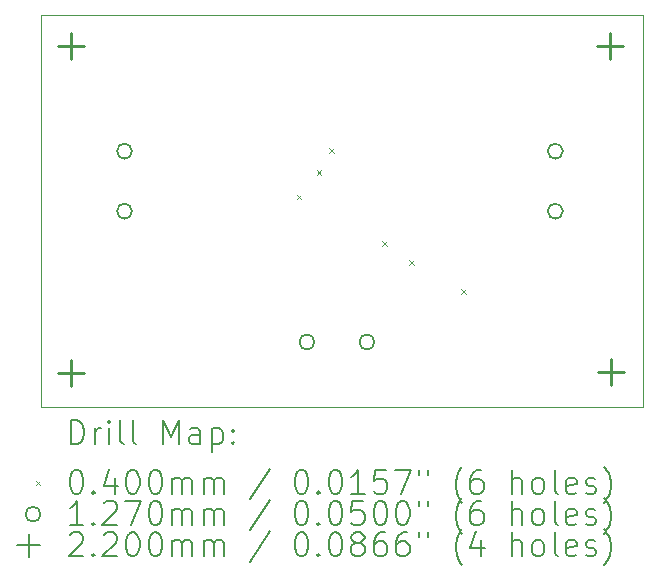
<source format=gbr>
%TF.GenerationSoftware,KiCad,Pcbnew,(6.0.10)*%
%TF.CreationDate,2023-02-03T17:52:03+05:30*%
%TF.ProjectId,protectionCkt,70726f74-6563-4746-996f-6e436b742e6b,rev?*%
%TF.SameCoordinates,Original*%
%TF.FileFunction,Drillmap*%
%TF.FilePolarity,Positive*%
%FSLAX45Y45*%
G04 Gerber Fmt 4.5, Leading zero omitted, Abs format (unit mm)*
G04 Created by KiCad (PCBNEW (6.0.10)) date 2023-02-03 17:52:03*
%MOMM*%
%LPD*%
G01*
G04 APERTURE LIST*
%ADD10C,0.100000*%
%ADD11C,0.200000*%
%ADD12C,0.040000*%
%ADD13C,0.127000*%
%ADD14C,0.220000*%
G04 APERTURE END LIST*
D10*
X11173460Y-7350760D02*
X16266160Y-7350760D01*
X16266160Y-7350760D02*
X16266160Y-10670540D01*
X16266160Y-10670540D02*
X11173460Y-10670540D01*
X11173460Y-10670540D02*
X11173460Y-7350760D01*
D11*
D12*
X13337860Y-8875080D02*
X13377860Y-8915080D01*
X13377860Y-8875080D02*
X13337860Y-8915080D01*
X13505500Y-8669340D02*
X13545500Y-8709340D01*
X13545500Y-8669340D02*
X13505500Y-8709340D01*
X13609640Y-8478840D02*
X13649640Y-8518840D01*
X13649640Y-8478840D02*
X13609640Y-8518840D01*
X14061760Y-9266240D02*
X14101760Y-9306240D01*
X14101760Y-9266240D02*
X14061760Y-9306240D01*
X14287820Y-9428800D02*
X14327820Y-9468800D01*
X14327820Y-9428800D02*
X14287820Y-9468800D01*
X14729780Y-9675180D02*
X14769780Y-9715180D01*
X14769780Y-9675180D02*
X14729780Y-9715180D01*
D13*
X11943080Y-8506460D02*
G75*
G03*
X11943080Y-8506460I-63500J0D01*
G01*
X11943080Y-9014460D02*
G75*
G03*
X11943080Y-9014460I-63500J0D01*
G01*
X13487400Y-10121900D02*
G75*
G03*
X13487400Y-10121900I-63500J0D01*
G01*
X13995400Y-10121900D02*
G75*
G03*
X13995400Y-10121900I-63500J0D01*
G01*
X15590520Y-8506460D02*
G75*
G03*
X15590520Y-8506460I-63500J0D01*
G01*
X15590520Y-9014460D02*
G75*
G03*
X15590520Y-9014460I-63500J0D01*
G01*
D14*
X11430000Y-7510000D02*
X11430000Y-7730000D01*
X11320000Y-7620000D02*
X11540000Y-7620000D01*
X11430000Y-10273520D02*
X11430000Y-10493520D01*
X11320000Y-10383520D02*
X11540000Y-10383520D01*
X15989300Y-7510000D02*
X15989300Y-7730000D01*
X15879300Y-7620000D02*
X16099300Y-7620000D01*
X15996920Y-10268440D02*
X15996920Y-10488440D01*
X15886920Y-10378440D02*
X16106920Y-10378440D01*
D11*
X11426079Y-10986016D02*
X11426079Y-10786016D01*
X11473698Y-10786016D01*
X11502269Y-10795540D01*
X11521317Y-10814588D01*
X11530841Y-10833635D01*
X11540365Y-10871730D01*
X11540365Y-10900302D01*
X11530841Y-10938397D01*
X11521317Y-10957445D01*
X11502269Y-10976492D01*
X11473698Y-10986016D01*
X11426079Y-10986016D01*
X11626079Y-10986016D02*
X11626079Y-10852683D01*
X11626079Y-10890778D02*
X11635603Y-10871730D01*
X11645127Y-10862207D01*
X11664174Y-10852683D01*
X11683222Y-10852683D01*
X11749888Y-10986016D02*
X11749888Y-10852683D01*
X11749888Y-10786016D02*
X11740365Y-10795540D01*
X11749888Y-10805064D01*
X11759412Y-10795540D01*
X11749888Y-10786016D01*
X11749888Y-10805064D01*
X11873698Y-10986016D02*
X11854650Y-10976492D01*
X11845127Y-10957445D01*
X11845127Y-10786016D01*
X11978460Y-10986016D02*
X11959412Y-10976492D01*
X11949888Y-10957445D01*
X11949888Y-10786016D01*
X12207031Y-10986016D02*
X12207031Y-10786016D01*
X12273698Y-10928873D01*
X12340365Y-10786016D01*
X12340365Y-10986016D01*
X12521317Y-10986016D02*
X12521317Y-10881254D01*
X12511793Y-10862207D01*
X12492746Y-10852683D01*
X12454650Y-10852683D01*
X12435603Y-10862207D01*
X12521317Y-10976492D02*
X12502269Y-10986016D01*
X12454650Y-10986016D01*
X12435603Y-10976492D01*
X12426079Y-10957445D01*
X12426079Y-10938397D01*
X12435603Y-10919350D01*
X12454650Y-10909826D01*
X12502269Y-10909826D01*
X12521317Y-10900302D01*
X12616555Y-10852683D02*
X12616555Y-11052683D01*
X12616555Y-10862207D02*
X12635603Y-10852683D01*
X12673698Y-10852683D01*
X12692746Y-10862207D01*
X12702269Y-10871730D01*
X12711793Y-10890778D01*
X12711793Y-10947921D01*
X12702269Y-10966969D01*
X12692746Y-10976492D01*
X12673698Y-10986016D01*
X12635603Y-10986016D01*
X12616555Y-10976492D01*
X12797508Y-10966969D02*
X12807031Y-10976492D01*
X12797508Y-10986016D01*
X12787984Y-10976492D01*
X12797508Y-10966969D01*
X12797508Y-10986016D01*
X12797508Y-10862207D02*
X12807031Y-10871730D01*
X12797508Y-10881254D01*
X12787984Y-10871730D01*
X12797508Y-10862207D01*
X12797508Y-10881254D01*
D12*
X11128460Y-11295540D02*
X11168460Y-11335540D01*
X11168460Y-11295540D02*
X11128460Y-11335540D01*
D11*
X11464174Y-11206016D02*
X11483222Y-11206016D01*
X11502269Y-11215540D01*
X11511793Y-11225064D01*
X11521317Y-11244111D01*
X11530841Y-11282207D01*
X11530841Y-11329826D01*
X11521317Y-11367921D01*
X11511793Y-11386968D01*
X11502269Y-11396492D01*
X11483222Y-11406016D01*
X11464174Y-11406016D01*
X11445127Y-11396492D01*
X11435603Y-11386968D01*
X11426079Y-11367921D01*
X11416555Y-11329826D01*
X11416555Y-11282207D01*
X11426079Y-11244111D01*
X11435603Y-11225064D01*
X11445127Y-11215540D01*
X11464174Y-11206016D01*
X11616555Y-11386968D02*
X11626079Y-11396492D01*
X11616555Y-11406016D01*
X11607031Y-11396492D01*
X11616555Y-11386968D01*
X11616555Y-11406016D01*
X11797508Y-11272683D02*
X11797508Y-11406016D01*
X11749888Y-11196492D02*
X11702269Y-11339349D01*
X11826079Y-11339349D01*
X11940365Y-11206016D02*
X11959412Y-11206016D01*
X11978460Y-11215540D01*
X11987984Y-11225064D01*
X11997508Y-11244111D01*
X12007031Y-11282207D01*
X12007031Y-11329826D01*
X11997508Y-11367921D01*
X11987984Y-11386968D01*
X11978460Y-11396492D01*
X11959412Y-11406016D01*
X11940365Y-11406016D01*
X11921317Y-11396492D01*
X11911793Y-11386968D01*
X11902269Y-11367921D01*
X11892746Y-11329826D01*
X11892746Y-11282207D01*
X11902269Y-11244111D01*
X11911793Y-11225064D01*
X11921317Y-11215540D01*
X11940365Y-11206016D01*
X12130841Y-11206016D02*
X12149888Y-11206016D01*
X12168936Y-11215540D01*
X12178460Y-11225064D01*
X12187984Y-11244111D01*
X12197508Y-11282207D01*
X12197508Y-11329826D01*
X12187984Y-11367921D01*
X12178460Y-11386968D01*
X12168936Y-11396492D01*
X12149888Y-11406016D01*
X12130841Y-11406016D01*
X12111793Y-11396492D01*
X12102269Y-11386968D01*
X12092746Y-11367921D01*
X12083222Y-11329826D01*
X12083222Y-11282207D01*
X12092746Y-11244111D01*
X12102269Y-11225064D01*
X12111793Y-11215540D01*
X12130841Y-11206016D01*
X12283222Y-11406016D02*
X12283222Y-11272683D01*
X12283222Y-11291730D02*
X12292746Y-11282207D01*
X12311793Y-11272683D01*
X12340365Y-11272683D01*
X12359412Y-11282207D01*
X12368936Y-11301254D01*
X12368936Y-11406016D01*
X12368936Y-11301254D02*
X12378460Y-11282207D01*
X12397508Y-11272683D01*
X12426079Y-11272683D01*
X12445127Y-11282207D01*
X12454650Y-11301254D01*
X12454650Y-11406016D01*
X12549888Y-11406016D02*
X12549888Y-11272683D01*
X12549888Y-11291730D02*
X12559412Y-11282207D01*
X12578460Y-11272683D01*
X12607031Y-11272683D01*
X12626079Y-11282207D01*
X12635603Y-11301254D01*
X12635603Y-11406016D01*
X12635603Y-11301254D02*
X12645127Y-11282207D01*
X12664174Y-11272683D01*
X12692746Y-11272683D01*
X12711793Y-11282207D01*
X12721317Y-11301254D01*
X12721317Y-11406016D01*
X13111793Y-11196492D02*
X12940365Y-11453635D01*
X13368936Y-11206016D02*
X13387984Y-11206016D01*
X13407031Y-11215540D01*
X13416555Y-11225064D01*
X13426079Y-11244111D01*
X13435603Y-11282207D01*
X13435603Y-11329826D01*
X13426079Y-11367921D01*
X13416555Y-11386968D01*
X13407031Y-11396492D01*
X13387984Y-11406016D01*
X13368936Y-11406016D01*
X13349888Y-11396492D01*
X13340365Y-11386968D01*
X13330841Y-11367921D01*
X13321317Y-11329826D01*
X13321317Y-11282207D01*
X13330841Y-11244111D01*
X13340365Y-11225064D01*
X13349888Y-11215540D01*
X13368936Y-11206016D01*
X13521317Y-11386968D02*
X13530841Y-11396492D01*
X13521317Y-11406016D01*
X13511793Y-11396492D01*
X13521317Y-11386968D01*
X13521317Y-11406016D01*
X13654650Y-11206016D02*
X13673698Y-11206016D01*
X13692746Y-11215540D01*
X13702269Y-11225064D01*
X13711793Y-11244111D01*
X13721317Y-11282207D01*
X13721317Y-11329826D01*
X13711793Y-11367921D01*
X13702269Y-11386968D01*
X13692746Y-11396492D01*
X13673698Y-11406016D01*
X13654650Y-11406016D01*
X13635603Y-11396492D01*
X13626079Y-11386968D01*
X13616555Y-11367921D01*
X13607031Y-11329826D01*
X13607031Y-11282207D01*
X13616555Y-11244111D01*
X13626079Y-11225064D01*
X13635603Y-11215540D01*
X13654650Y-11206016D01*
X13911793Y-11406016D02*
X13797508Y-11406016D01*
X13854650Y-11406016D02*
X13854650Y-11206016D01*
X13835603Y-11234588D01*
X13816555Y-11253635D01*
X13797508Y-11263159D01*
X14092746Y-11206016D02*
X13997508Y-11206016D01*
X13987984Y-11301254D01*
X13997508Y-11291730D01*
X14016555Y-11282207D01*
X14064174Y-11282207D01*
X14083222Y-11291730D01*
X14092746Y-11301254D01*
X14102269Y-11320302D01*
X14102269Y-11367921D01*
X14092746Y-11386968D01*
X14083222Y-11396492D01*
X14064174Y-11406016D01*
X14016555Y-11406016D01*
X13997508Y-11396492D01*
X13987984Y-11386968D01*
X14168936Y-11206016D02*
X14302269Y-11206016D01*
X14216555Y-11406016D01*
X14368936Y-11206016D02*
X14368936Y-11244111D01*
X14445127Y-11206016D02*
X14445127Y-11244111D01*
X14740365Y-11482207D02*
X14730841Y-11472683D01*
X14711793Y-11444111D01*
X14702269Y-11425064D01*
X14692746Y-11396492D01*
X14683222Y-11348873D01*
X14683222Y-11310778D01*
X14692746Y-11263159D01*
X14702269Y-11234588D01*
X14711793Y-11215540D01*
X14730841Y-11186968D01*
X14740365Y-11177445D01*
X14902269Y-11206016D02*
X14864174Y-11206016D01*
X14845127Y-11215540D01*
X14835603Y-11225064D01*
X14816555Y-11253635D01*
X14807031Y-11291730D01*
X14807031Y-11367921D01*
X14816555Y-11386968D01*
X14826079Y-11396492D01*
X14845127Y-11406016D01*
X14883222Y-11406016D01*
X14902269Y-11396492D01*
X14911793Y-11386968D01*
X14921317Y-11367921D01*
X14921317Y-11320302D01*
X14911793Y-11301254D01*
X14902269Y-11291730D01*
X14883222Y-11282207D01*
X14845127Y-11282207D01*
X14826079Y-11291730D01*
X14816555Y-11301254D01*
X14807031Y-11320302D01*
X15159412Y-11406016D02*
X15159412Y-11206016D01*
X15245127Y-11406016D02*
X15245127Y-11301254D01*
X15235603Y-11282207D01*
X15216555Y-11272683D01*
X15187984Y-11272683D01*
X15168936Y-11282207D01*
X15159412Y-11291730D01*
X15368936Y-11406016D02*
X15349888Y-11396492D01*
X15340365Y-11386968D01*
X15330841Y-11367921D01*
X15330841Y-11310778D01*
X15340365Y-11291730D01*
X15349888Y-11282207D01*
X15368936Y-11272683D01*
X15397508Y-11272683D01*
X15416555Y-11282207D01*
X15426079Y-11291730D01*
X15435603Y-11310778D01*
X15435603Y-11367921D01*
X15426079Y-11386968D01*
X15416555Y-11396492D01*
X15397508Y-11406016D01*
X15368936Y-11406016D01*
X15549888Y-11406016D02*
X15530841Y-11396492D01*
X15521317Y-11377445D01*
X15521317Y-11206016D01*
X15702269Y-11396492D02*
X15683222Y-11406016D01*
X15645127Y-11406016D01*
X15626079Y-11396492D01*
X15616555Y-11377445D01*
X15616555Y-11301254D01*
X15626079Y-11282207D01*
X15645127Y-11272683D01*
X15683222Y-11272683D01*
X15702269Y-11282207D01*
X15711793Y-11301254D01*
X15711793Y-11320302D01*
X15616555Y-11339349D01*
X15787984Y-11396492D02*
X15807031Y-11406016D01*
X15845127Y-11406016D01*
X15864174Y-11396492D01*
X15873698Y-11377445D01*
X15873698Y-11367921D01*
X15864174Y-11348873D01*
X15845127Y-11339349D01*
X15816555Y-11339349D01*
X15797508Y-11329826D01*
X15787984Y-11310778D01*
X15787984Y-11301254D01*
X15797508Y-11282207D01*
X15816555Y-11272683D01*
X15845127Y-11272683D01*
X15864174Y-11282207D01*
X15940365Y-11482207D02*
X15949888Y-11472683D01*
X15968936Y-11444111D01*
X15978460Y-11425064D01*
X15987984Y-11396492D01*
X15997508Y-11348873D01*
X15997508Y-11310778D01*
X15987984Y-11263159D01*
X15978460Y-11234588D01*
X15968936Y-11215540D01*
X15949888Y-11186968D01*
X15940365Y-11177445D01*
D13*
X11168460Y-11579540D02*
G75*
G03*
X11168460Y-11579540I-63500J0D01*
G01*
D11*
X11530841Y-11670016D02*
X11416555Y-11670016D01*
X11473698Y-11670016D02*
X11473698Y-11470016D01*
X11454650Y-11498588D01*
X11435603Y-11517635D01*
X11416555Y-11527159D01*
X11616555Y-11650968D02*
X11626079Y-11660492D01*
X11616555Y-11670016D01*
X11607031Y-11660492D01*
X11616555Y-11650968D01*
X11616555Y-11670016D01*
X11702269Y-11489064D02*
X11711793Y-11479540D01*
X11730841Y-11470016D01*
X11778460Y-11470016D01*
X11797508Y-11479540D01*
X11807031Y-11489064D01*
X11816555Y-11508111D01*
X11816555Y-11527159D01*
X11807031Y-11555730D01*
X11692746Y-11670016D01*
X11816555Y-11670016D01*
X11883222Y-11470016D02*
X12016555Y-11470016D01*
X11930841Y-11670016D01*
X12130841Y-11470016D02*
X12149888Y-11470016D01*
X12168936Y-11479540D01*
X12178460Y-11489064D01*
X12187984Y-11508111D01*
X12197508Y-11546207D01*
X12197508Y-11593826D01*
X12187984Y-11631921D01*
X12178460Y-11650968D01*
X12168936Y-11660492D01*
X12149888Y-11670016D01*
X12130841Y-11670016D01*
X12111793Y-11660492D01*
X12102269Y-11650968D01*
X12092746Y-11631921D01*
X12083222Y-11593826D01*
X12083222Y-11546207D01*
X12092746Y-11508111D01*
X12102269Y-11489064D01*
X12111793Y-11479540D01*
X12130841Y-11470016D01*
X12283222Y-11670016D02*
X12283222Y-11536683D01*
X12283222Y-11555730D02*
X12292746Y-11546207D01*
X12311793Y-11536683D01*
X12340365Y-11536683D01*
X12359412Y-11546207D01*
X12368936Y-11565254D01*
X12368936Y-11670016D01*
X12368936Y-11565254D02*
X12378460Y-11546207D01*
X12397508Y-11536683D01*
X12426079Y-11536683D01*
X12445127Y-11546207D01*
X12454650Y-11565254D01*
X12454650Y-11670016D01*
X12549888Y-11670016D02*
X12549888Y-11536683D01*
X12549888Y-11555730D02*
X12559412Y-11546207D01*
X12578460Y-11536683D01*
X12607031Y-11536683D01*
X12626079Y-11546207D01*
X12635603Y-11565254D01*
X12635603Y-11670016D01*
X12635603Y-11565254D02*
X12645127Y-11546207D01*
X12664174Y-11536683D01*
X12692746Y-11536683D01*
X12711793Y-11546207D01*
X12721317Y-11565254D01*
X12721317Y-11670016D01*
X13111793Y-11460492D02*
X12940365Y-11717635D01*
X13368936Y-11470016D02*
X13387984Y-11470016D01*
X13407031Y-11479540D01*
X13416555Y-11489064D01*
X13426079Y-11508111D01*
X13435603Y-11546207D01*
X13435603Y-11593826D01*
X13426079Y-11631921D01*
X13416555Y-11650968D01*
X13407031Y-11660492D01*
X13387984Y-11670016D01*
X13368936Y-11670016D01*
X13349888Y-11660492D01*
X13340365Y-11650968D01*
X13330841Y-11631921D01*
X13321317Y-11593826D01*
X13321317Y-11546207D01*
X13330841Y-11508111D01*
X13340365Y-11489064D01*
X13349888Y-11479540D01*
X13368936Y-11470016D01*
X13521317Y-11650968D02*
X13530841Y-11660492D01*
X13521317Y-11670016D01*
X13511793Y-11660492D01*
X13521317Y-11650968D01*
X13521317Y-11670016D01*
X13654650Y-11470016D02*
X13673698Y-11470016D01*
X13692746Y-11479540D01*
X13702269Y-11489064D01*
X13711793Y-11508111D01*
X13721317Y-11546207D01*
X13721317Y-11593826D01*
X13711793Y-11631921D01*
X13702269Y-11650968D01*
X13692746Y-11660492D01*
X13673698Y-11670016D01*
X13654650Y-11670016D01*
X13635603Y-11660492D01*
X13626079Y-11650968D01*
X13616555Y-11631921D01*
X13607031Y-11593826D01*
X13607031Y-11546207D01*
X13616555Y-11508111D01*
X13626079Y-11489064D01*
X13635603Y-11479540D01*
X13654650Y-11470016D01*
X13902269Y-11470016D02*
X13807031Y-11470016D01*
X13797508Y-11565254D01*
X13807031Y-11555730D01*
X13826079Y-11546207D01*
X13873698Y-11546207D01*
X13892746Y-11555730D01*
X13902269Y-11565254D01*
X13911793Y-11584302D01*
X13911793Y-11631921D01*
X13902269Y-11650968D01*
X13892746Y-11660492D01*
X13873698Y-11670016D01*
X13826079Y-11670016D01*
X13807031Y-11660492D01*
X13797508Y-11650968D01*
X14035603Y-11470016D02*
X14054650Y-11470016D01*
X14073698Y-11479540D01*
X14083222Y-11489064D01*
X14092746Y-11508111D01*
X14102269Y-11546207D01*
X14102269Y-11593826D01*
X14092746Y-11631921D01*
X14083222Y-11650968D01*
X14073698Y-11660492D01*
X14054650Y-11670016D01*
X14035603Y-11670016D01*
X14016555Y-11660492D01*
X14007031Y-11650968D01*
X13997508Y-11631921D01*
X13987984Y-11593826D01*
X13987984Y-11546207D01*
X13997508Y-11508111D01*
X14007031Y-11489064D01*
X14016555Y-11479540D01*
X14035603Y-11470016D01*
X14226079Y-11470016D02*
X14245127Y-11470016D01*
X14264174Y-11479540D01*
X14273698Y-11489064D01*
X14283222Y-11508111D01*
X14292746Y-11546207D01*
X14292746Y-11593826D01*
X14283222Y-11631921D01*
X14273698Y-11650968D01*
X14264174Y-11660492D01*
X14245127Y-11670016D01*
X14226079Y-11670016D01*
X14207031Y-11660492D01*
X14197508Y-11650968D01*
X14187984Y-11631921D01*
X14178460Y-11593826D01*
X14178460Y-11546207D01*
X14187984Y-11508111D01*
X14197508Y-11489064D01*
X14207031Y-11479540D01*
X14226079Y-11470016D01*
X14368936Y-11470016D02*
X14368936Y-11508111D01*
X14445127Y-11470016D02*
X14445127Y-11508111D01*
X14740365Y-11746207D02*
X14730841Y-11736683D01*
X14711793Y-11708111D01*
X14702269Y-11689064D01*
X14692746Y-11660492D01*
X14683222Y-11612873D01*
X14683222Y-11574778D01*
X14692746Y-11527159D01*
X14702269Y-11498588D01*
X14711793Y-11479540D01*
X14730841Y-11450968D01*
X14740365Y-11441445D01*
X14902269Y-11470016D02*
X14864174Y-11470016D01*
X14845127Y-11479540D01*
X14835603Y-11489064D01*
X14816555Y-11517635D01*
X14807031Y-11555730D01*
X14807031Y-11631921D01*
X14816555Y-11650968D01*
X14826079Y-11660492D01*
X14845127Y-11670016D01*
X14883222Y-11670016D01*
X14902269Y-11660492D01*
X14911793Y-11650968D01*
X14921317Y-11631921D01*
X14921317Y-11584302D01*
X14911793Y-11565254D01*
X14902269Y-11555730D01*
X14883222Y-11546207D01*
X14845127Y-11546207D01*
X14826079Y-11555730D01*
X14816555Y-11565254D01*
X14807031Y-11584302D01*
X15159412Y-11670016D02*
X15159412Y-11470016D01*
X15245127Y-11670016D02*
X15245127Y-11565254D01*
X15235603Y-11546207D01*
X15216555Y-11536683D01*
X15187984Y-11536683D01*
X15168936Y-11546207D01*
X15159412Y-11555730D01*
X15368936Y-11670016D02*
X15349888Y-11660492D01*
X15340365Y-11650968D01*
X15330841Y-11631921D01*
X15330841Y-11574778D01*
X15340365Y-11555730D01*
X15349888Y-11546207D01*
X15368936Y-11536683D01*
X15397508Y-11536683D01*
X15416555Y-11546207D01*
X15426079Y-11555730D01*
X15435603Y-11574778D01*
X15435603Y-11631921D01*
X15426079Y-11650968D01*
X15416555Y-11660492D01*
X15397508Y-11670016D01*
X15368936Y-11670016D01*
X15549888Y-11670016D02*
X15530841Y-11660492D01*
X15521317Y-11641445D01*
X15521317Y-11470016D01*
X15702269Y-11660492D02*
X15683222Y-11670016D01*
X15645127Y-11670016D01*
X15626079Y-11660492D01*
X15616555Y-11641445D01*
X15616555Y-11565254D01*
X15626079Y-11546207D01*
X15645127Y-11536683D01*
X15683222Y-11536683D01*
X15702269Y-11546207D01*
X15711793Y-11565254D01*
X15711793Y-11584302D01*
X15616555Y-11603349D01*
X15787984Y-11660492D02*
X15807031Y-11670016D01*
X15845127Y-11670016D01*
X15864174Y-11660492D01*
X15873698Y-11641445D01*
X15873698Y-11631921D01*
X15864174Y-11612873D01*
X15845127Y-11603349D01*
X15816555Y-11603349D01*
X15797508Y-11593826D01*
X15787984Y-11574778D01*
X15787984Y-11565254D01*
X15797508Y-11546207D01*
X15816555Y-11536683D01*
X15845127Y-11536683D01*
X15864174Y-11546207D01*
X15940365Y-11746207D02*
X15949888Y-11736683D01*
X15968936Y-11708111D01*
X15978460Y-11689064D01*
X15987984Y-11660492D01*
X15997508Y-11612873D01*
X15997508Y-11574778D01*
X15987984Y-11527159D01*
X15978460Y-11498588D01*
X15968936Y-11479540D01*
X15949888Y-11450968D01*
X15940365Y-11441445D01*
X11068460Y-11743540D02*
X11068460Y-11943540D01*
X10968460Y-11843540D02*
X11168460Y-11843540D01*
X11416555Y-11753064D02*
X11426079Y-11743540D01*
X11445127Y-11734016D01*
X11492746Y-11734016D01*
X11511793Y-11743540D01*
X11521317Y-11753064D01*
X11530841Y-11772111D01*
X11530841Y-11791159D01*
X11521317Y-11819730D01*
X11407031Y-11934016D01*
X11530841Y-11934016D01*
X11616555Y-11914968D02*
X11626079Y-11924492D01*
X11616555Y-11934016D01*
X11607031Y-11924492D01*
X11616555Y-11914968D01*
X11616555Y-11934016D01*
X11702269Y-11753064D02*
X11711793Y-11743540D01*
X11730841Y-11734016D01*
X11778460Y-11734016D01*
X11797508Y-11743540D01*
X11807031Y-11753064D01*
X11816555Y-11772111D01*
X11816555Y-11791159D01*
X11807031Y-11819730D01*
X11692746Y-11934016D01*
X11816555Y-11934016D01*
X11940365Y-11734016D02*
X11959412Y-11734016D01*
X11978460Y-11743540D01*
X11987984Y-11753064D01*
X11997508Y-11772111D01*
X12007031Y-11810207D01*
X12007031Y-11857826D01*
X11997508Y-11895921D01*
X11987984Y-11914968D01*
X11978460Y-11924492D01*
X11959412Y-11934016D01*
X11940365Y-11934016D01*
X11921317Y-11924492D01*
X11911793Y-11914968D01*
X11902269Y-11895921D01*
X11892746Y-11857826D01*
X11892746Y-11810207D01*
X11902269Y-11772111D01*
X11911793Y-11753064D01*
X11921317Y-11743540D01*
X11940365Y-11734016D01*
X12130841Y-11734016D02*
X12149888Y-11734016D01*
X12168936Y-11743540D01*
X12178460Y-11753064D01*
X12187984Y-11772111D01*
X12197508Y-11810207D01*
X12197508Y-11857826D01*
X12187984Y-11895921D01*
X12178460Y-11914968D01*
X12168936Y-11924492D01*
X12149888Y-11934016D01*
X12130841Y-11934016D01*
X12111793Y-11924492D01*
X12102269Y-11914968D01*
X12092746Y-11895921D01*
X12083222Y-11857826D01*
X12083222Y-11810207D01*
X12092746Y-11772111D01*
X12102269Y-11753064D01*
X12111793Y-11743540D01*
X12130841Y-11734016D01*
X12283222Y-11934016D02*
X12283222Y-11800683D01*
X12283222Y-11819730D02*
X12292746Y-11810207D01*
X12311793Y-11800683D01*
X12340365Y-11800683D01*
X12359412Y-11810207D01*
X12368936Y-11829254D01*
X12368936Y-11934016D01*
X12368936Y-11829254D02*
X12378460Y-11810207D01*
X12397508Y-11800683D01*
X12426079Y-11800683D01*
X12445127Y-11810207D01*
X12454650Y-11829254D01*
X12454650Y-11934016D01*
X12549888Y-11934016D02*
X12549888Y-11800683D01*
X12549888Y-11819730D02*
X12559412Y-11810207D01*
X12578460Y-11800683D01*
X12607031Y-11800683D01*
X12626079Y-11810207D01*
X12635603Y-11829254D01*
X12635603Y-11934016D01*
X12635603Y-11829254D02*
X12645127Y-11810207D01*
X12664174Y-11800683D01*
X12692746Y-11800683D01*
X12711793Y-11810207D01*
X12721317Y-11829254D01*
X12721317Y-11934016D01*
X13111793Y-11724492D02*
X12940365Y-11981635D01*
X13368936Y-11734016D02*
X13387984Y-11734016D01*
X13407031Y-11743540D01*
X13416555Y-11753064D01*
X13426079Y-11772111D01*
X13435603Y-11810207D01*
X13435603Y-11857826D01*
X13426079Y-11895921D01*
X13416555Y-11914968D01*
X13407031Y-11924492D01*
X13387984Y-11934016D01*
X13368936Y-11934016D01*
X13349888Y-11924492D01*
X13340365Y-11914968D01*
X13330841Y-11895921D01*
X13321317Y-11857826D01*
X13321317Y-11810207D01*
X13330841Y-11772111D01*
X13340365Y-11753064D01*
X13349888Y-11743540D01*
X13368936Y-11734016D01*
X13521317Y-11914968D02*
X13530841Y-11924492D01*
X13521317Y-11934016D01*
X13511793Y-11924492D01*
X13521317Y-11914968D01*
X13521317Y-11934016D01*
X13654650Y-11734016D02*
X13673698Y-11734016D01*
X13692746Y-11743540D01*
X13702269Y-11753064D01*
X13711793Y-11772111D01*
X13721317Y-11810207D01*
X13721317Y-11857826D01*
X13711793Y-11895921D01*
X13702269Y-11914968D01*
X13692746Y-11924492D01*
X13673698Y-11934016D01*
X13654650Y-11934016D01*
X13635603Y-11924492D01*
X13626079Y-11914968D01*
X13616555Y-11895921D01*
X13607031Y-11857826D01*
X13607031Y-11810207D01*
X13616555Y-11772111D01*
X13626079Y-11753064D01*
X13635603Y-11743540D01*
X13654650Y-11734016D01*
X13835603Y-11819730D02*
X13816555Y-11810207D01*
X13807031Y-11800683D01*
X13797508Y-11781635D01*
X13797508Y-11772111D01*
X13807031Y-11753064D01*
X13816555Y-11743540D01*
X13835603Y-11734016D01*
X13873698Y-11734016D01*
X13892746Y-11743540D01*
X13902269Y-11753064D01*
X13911793Y-11772111D01*
X13911793Y-11781635D01*
X13902269Y-11800683D01*
X13892746Y-11810207D01*
X13873698Y-11819730D01*
X13835603Y-11819730D01*
X13816555Y-11829254D01*
X13807031Y-11838778D01*
X13797508Y-11857826D01*
X13797508Y-11895921D01*
X13807031Y-11914968D01*
X13816555Y-11924492D01*
X13835603Y-11934016D01*
X13873698Y-11934016D01*
X13892746Y-11924492D01*
X13902269Y-11914968D01*
X13911793Y-11895921D01*
X13911793Y-11857826D01*
X13902269Y-11838778D01*
X13892746Y-11829254D01*
X13873698Y-11819730D01*
X14083222Y-11734016D02*
X14045127Y-11734016D01*
X14026079Y-11743540D01*
X14016555Y-11753064D01*
X13997508Y-11781635D01*
X13987984Y-11819730D01*
X13987984Y-11895921D01*
X13997508Y-11914968D01*
X14007031Y-11924492D01*
X14026079Y-11934016D01*
X14064174Y-11934016D01*
X14083222Y-11924492D01*
X14092746Y-11914968D01*
X14102269Y-11895921D01*
X14102269Y-11848302D01*
X14092746Y-11829254D01*
X14083222Y-11819730D01*
X14064174Y-11810207D01*
X14026079Y-11810207D01*
X14007031Y-11819730D01*
X13997508Y-11829254D01*
X13987984Y-11848302D01*
X14273698Y-11734016D02*
X14235603Y-11734016D01*
X14216555Y-11743540D01*
X14207031Y-11753064D01*
X14187984Y-11781635D01*
X14178460Y-11819730D01*
X14178460Y-11895921D01*
X14187984Y-11914968D01*
X14197508Y-11924492D01*
X14216555Y-11934016D01*
X14254650Y-11934016D01*
X14273698Y-11924492D01*
X14283222Y-11914968D01*
X14292746Y-11895921D01*
X14292746Y-11848302D01*
X14283222Y-11829254D01*
X14273698Y-11819730D01*
X14254650Y-11810207D01*
X14216555Y-11810207D01*
X14197508Y-11819730D01*
X14187984Y-11829254D01*
X14178460Y-11848302D01*
X14368936Y-11734016D02*
X14368936Y-11772111D01*
X14445127Y-11734016D02*
X14445127Y-11772111D01*
X14740365Y-12010207D02*
X14730841Y-12000683D01*
X14711793Y-11972111D01*
X14702269Y-11953064D01*
X14692746Y-11924492D01*
X14683222Y-11876873D01*
X14683222Y-11838778D01*
X14692746Y-11791159D01*
X14702269Y-11762588D01*
X14711793Y-11743540D01*
X14730841Y-11714968D01*
X14740365Y-11705445D01*
X14902269Y-11800683D02*
X14902269Y-11934016D01*
X14854650Y-11724492D02*
X14807031Y-11867349D01*
X14930841Y-11867349D01*
X15159412Y-11934016D02*
X15159412Y-11734016D01*
X15245127Y-11934016D02*
X15245127Y-11829254D01*
X15235603Y-11810207D01*
X15216555Y-11800683D01*
X15187984Y-11800683D01*
X15168936Y-11810207D01*
X15159412Y-11819730D01*
X15368936Y-11934016D02*
X15349888Y-11924492D01*
X15340365Y-11914968D01*
X15330841Y-11895921D01*
X15330841Y-11838778D01*
X15340365Y-11819730D01*
X15349888Y-11810207D01*
X15368936Y-11800683D01*
X15397508Y-11800683D01*
X15416555Y-11810207D01*
X15426079Y-11819730D01*
X15435603Y-11838778D01*
X15435603Y-11895921D01*
X15426079Y-11914968D01*
X15416555Y-11924492D01*
X15397508Y-11934016D01*
X15368936Y-11934016D01*
X15549888Y-11934016D02*
X15530841Y-11924492D01*
X15521317Y-11905445D01*
X15521317Y-11734016D01*
X15702269Y-11924492D02*
X15683222Y-11934016D01*
X15645127Y-11934016D01*
X15626079Y-11924492D01*
X15616555Y-11905445D01*
X15616555Y-11829254D01*
X15626079Y-11810207D01*
X15645127Y-11800683D01*
X15683222Y-11800683D01*
X15702269Y-11810207D01*
X15711793Y-11829254D01*
X15711793Y-11848302D01*
X15616555Y-11867349D01*
X15787984Y-11924492D02*
X15807031Y-11934016D01*
X15845127Y-11934016D01*
X15864174Y-11924492D01*
X15873698Y-11905445D01*
X15873698Y-11895921D01*
X15864174Y-11876873D01*
X15845127Y-11867349D01*
X15816555Y-11867349D01*
X15797508Y-11857826D01*
X15787984Y-11838778D01*
X15787984Y-11829254D01*
X15797508Y-11810207D01*
X15816555Y-11800683D01*
X15845127Y-11800683D01*
X15864174Y-11810207D01*
X15940365Y-12010207D02*
X15949888Y-12000683D01*
X15968936Y-11972111D01*
X15978460Y-11953064D01*
X15987984Y-11924492D01*
X15997508Y-11876873D01*
X15997508Y-11838778D01*
X15987984Y-11791159D01*
X15978460Y-11762588D01*
X15968936Y-11743540D01*
X15949888Y-11714968D01*
X15940365Y-11705445D01*
M02*

</source>
